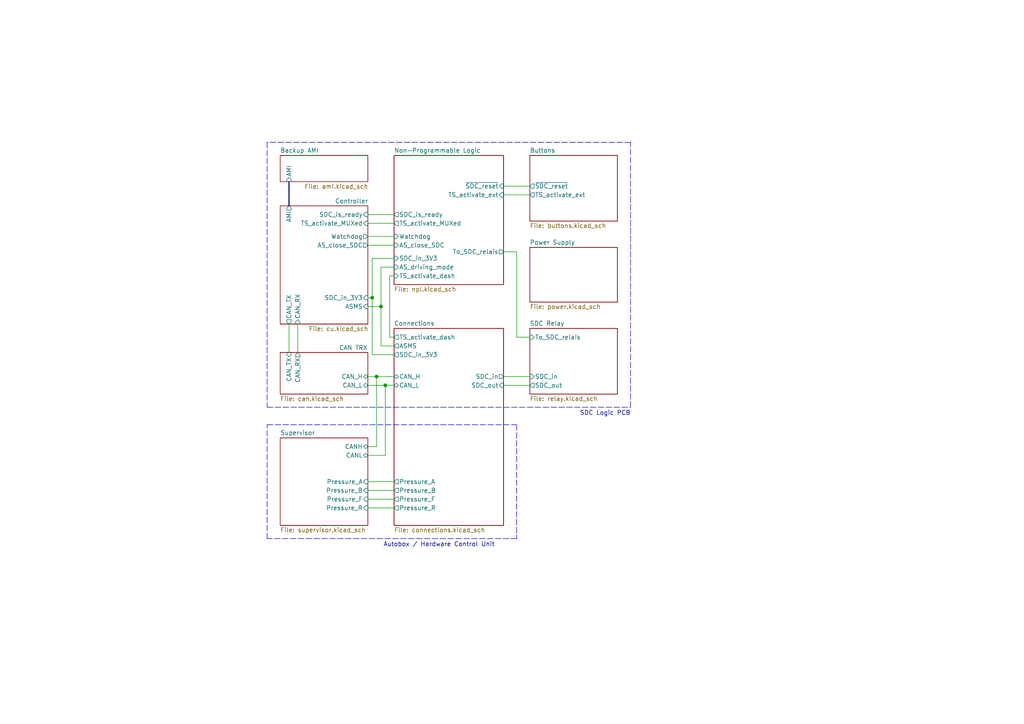
<source format=kicad_sch>
(kicad_sch (version 20211123) (generator eeschema)
  (paper "A4")
  (title_block (title "SDCL - Meta") (date "2021-12-16") (rev "v1.0") (company "FaSTTUBe - Formula Student Team TU Berlin") (comment 1 "Car 113") (comment 2 "EBS Electronics") (comment 3 "T 14.5 rule conformity"))
  (lib_symbols)
  (junction (at 107.95 86.36))
  (junction (at 109.22 109.22))
  (junction (at 110.49 88.9))
  (junction (at 111.76 111.76))
  (wire (pts (xy 107.95 74.93) (xy 114.3 74.93)))
  (wire (pts (xy 107.95 74.93) (xy 107.95 86.36)))
  (wire (pts (xy 146.05 73.025) (xy 149.86 73.025)))
  (polyline (pts (xy 149.86 156.21) (xy 77.47 156.21)))
  (wire (pts (xy 146.05 111.76) (xy 153.67 111.76)))
  (polyline (pts (xy 149.86 123.19) (xy 149.86 156.21)))
  (wire (pts (xy 106.68 142.24) (xy 114.3 142.24)))
  (polyline (pts (xy 182.88 41.275) (xy 77.47 41.275)))
  (wire (pts (xy 106.68 68.58) (xy 114.3 68.58)))
  (wire (pts (xy 83.82 93.98) (xy 83.82 102.235)))
  (wire (pts (xy 110.49 88.9) (xy 110.49 77.47)))
  (wire (pts (xy 114.3 102.87) (xy 107.95 102.87)))
  (polyline (pts (xy 77.47 41.275) (xy 77.47 118.11)))
  (wire (pts (xy 111.76 132.08) (xy 111.76 111.76)))
  (wire (pts (xy 86.36 93.98) (xy 86.36 102.235)))
  (wire (pts (xy 106.68 88.9) (xy 110.49 88.9)))
  (wire (pts (xy 106.68 129.54) (xy 109.22 129.54)))
  (wire (pts (xy 106.68 62.23) (xy 114.3 62.23)))
  (bus (pts (xy 83.82 52.705) (xy 83.82 59.69)))
  (wire (pts (xy 110.49 77.47) (xy 114.3 77.47)))
  (wire (pts (xy 113.03 80.01) (xy 113.03 97.79)))
  (wire (pts (xy 146.05 109.22) (xy 153.67 109.22)))
  (wire (pts (xy 149.86 73.025) (xy 149.86 97.79)))
  (polyline (pts (xy 77.47 118.11) (xy 182.88 118.11)))
  (wire (pts (xy 114.3 80.01) (xy 113.03 80.01)))
  (wire (pts (xy 111.76 111.76) (xy 114.3 111.76)))
  (wire (pts (xy 109.22 109.22) (xy 109.22 129.54)))
  (wire (pts (xy 109.22 109.22) (xy 114.3 109.22)))
  (wire (pts (xy 106.68 64.77) (xy 114.3 64.77)))
  (wire (pts (xy 106.68 132.08) (xy 111.76 132.08)))
  (wire (pts (xy 106.68 71.12) (xy 114.3 71.12)))
  (polyline (pts (xy 77.47 123.19) (xy 149.86 123.19)))
  (wire (pts (xy 146.05 53.975) (xy 153.67 53.975)))
  (wire (pts (xy 106.68 147.32) (xy 114.3 147.32)))
  (wire (pts (xy 113.03 97.79) (xy 114.3 97.79)))
  (polyline (pts (xy 77.47 156.21) (xy 77.47 123.19)))
  (wire (pts (xy 110.49 100.33) (xy 110.49 88.9)))
  (wire (pts (xy 149.86 97.79) (xy 153.67 97.79)))
  (wire (pts (xy 106.68 139.7) (xy 114.3 139.7)))
  (wire (pts (xy 114.3 100.33) (xy 110.49 100.33)))
  (wire (pts (xy 107.95 86.36) (xy 107.95 102.87)))
  (polyline (pts (xy 182.88 118.11) (xy 182.88 41.275)))
  (wire (pts (xy 106.68 86.36) (xy 107.95 86.36)))
  (wire (pts (xy 106.68 109.22) (xy 109.22 109.22)))
  (wire (pts (xy 106.68 144.78) (xy 114.3 144.78)))
  (wire (pts (xy 146.05 56.515) (xy 153.67 56.515)))
  (wire (pts (xy 106.68 111.76) (xy 111.76 111.76)))
  (text "SDC Logic PCB" (at 182.88 120.65 180) (effects (font (size 1.27 1.27)) (justify right bottom)))
  (text "Autobox / Hardware Control Unit" (at 143.51 158.75 180) (effects (font (size 1.27 1.27)) (justify right bottom)))
  (sheet (at 114.3 45.085) (size 31.75 37.465)
    (property "Sheet name" "Non-Programmable Logic" (at 114.3 44.3734 0) (effects (justify left bottom)))
    (property "Sheet file" "npl.kicad_sch" (at 114.3 83.1346 0) (effects (justify left top)))
    (pin "AS_close_SDC" input (at 114.3 71.12 180))
    (pin "TS_activate_ext" input (at 146.05 56.515 0))
    (pin "Watchdog" input (at 114.3 68.58 180))
    (pin "SDC_in_3V3" input (at 114.3 74.93 180))
    (pin "To_SDC_relais" output (at 146.05 73.025 0))
    (pin "SDC_is_ready" output (at 114.3 62.23 180))
    (pin "~{SDC_reset}" input (at 146.05 53.975 0))
    (pin "TS_activate_MUXed" output (at 114.3 64.77 180))
    (pin "TS_activate_dash" input (at 114.3 80.01 180))
    (pin "AS_driving_mode" input (at 114.3 77.47 180))
  )
  (sheet (at 81.28 59.69) (size 25.4 34.29)
    (property "Sheet name" "Controller" (at 97.155 59.055 0) (effects (justify left bottom)))
    (property "Sheet file" "cu.kicad_sch" (at 89.535 94.615 0) (effects (justify left top)))
    (pin "SDC_is_ready" input (at 106.68 62.23 0))
    (pin "AS_close_SDC" output (at 106.68 71.12 0))
    (pin "Watchdog" output (at 106.68 68.58 0))
    (pin "CAN_RX" input (at 86.36 93.98 270))
    (pin "CAN_TX" output (at 83.82 93.98 270))
    (pin "TS_activate_MUXed" input (at 106.68 64.77 0))
    (pin "SDC_in_3V3" input (at 106.68 86.36 0))
    (pin "ASMS" input (at 106.68 88.9 0))
    (pin "AMI" output (at 83.82 59.69 90))
  )
  (sheet (at 153.67 95.25) (size 25.4 19.05)
    (property "Sheet name" "SDC Relay" (at 153.67 94.5384 0) (effects (justify left bottom)))
    (property "Sheet file" "relay.kicad_sch" (at 153.67 114.8846 0) (effects (justify left top)))
    (pin "To_SDC_relais" input (at 153.67 97.79 180))
    (pin "SDC_in" input (at 153.67 109.22 180))
    (pin "SDC_out" output (at 153.67 111.76 180))
  )
  (sheet (at 153.67 71.755) (size 25.4 15.875)
    (property "Sheet name" "Power Supply" (at 153.67 71.0434 0) (effects (justify left bottom)))
    (property "Sheet file" "power.kicad_sch" (at 153.67 88.2146 0) (effects (justify left top)))
  )
  (sheet (at 114.3 95.25) (size 31.75 57.15)
    (property "Sheet name" "Connections" (at 114.3 94.5384 0) (effects (justify left bottom)))
    (property "Sheet file" "connections.kicad_sch" (at 114.3 152.9846 0) (effects (justify left top)))
    (pin "SDC_in_3V3" output (at 114.3 102.87 180))
    (pin "SDC_in" output (at 146.05 109.22 0))
    (pin "SDC_out" input (at 146.05 111.76 0))
    (pin "CAN_H" bidirectional (at 114.3 109.22 180))
    (pin "CAN_L" bidirectional (at 114.3 111.76 180))
    (pin "Pressure_A" output (at 114.3 139.7 180))
    (pin "Pressure_B" output (at 114.3 142.24 180))
    (pin "Pressure_F" output (at 114.3 144.78 180))
    (pin "Pressure_R" output (at 114.3 147.32 180))
    (pin "TS_activate_dash" output (at 114.3 97.79 180))
    (pin "ASMS" output (at 114.3 100.33 180))
  )
  (sheet (at 81.28 102.235) (size 25.4 12.065)
    (property "Sheet name" "CAN TRX" (at 98.3286 101.588 0) (effects (justify left bottom)))
    (property "Sheet file" "can.kicad_sch" (at 81.28 114.935 0) (effects (justify left top)))
    (pin "CAN_H" bidirectional (at 106.68 109.22 0))
    (pin "CAN_L" bidirectional (at 106.68 111.76 0))
    (pin "CAN_TX" input (at 83.82 102.235 90))
    (pin "CAN_RX" output (at 86.36 102.235 90))
  )
  (sheet (at 81.28 127) (size 25.4 25.4)
    (property "Sheet name" "Supervisor" (at 81.28 126.2884 0) (effects (justify left bottom)))
    (property "Sheet file" "supervisor.kicad_sch" (at 81.28 152.9846 0) (effects (justify left top)))
    (pin "CANH" bidirectional (at 106.68 129.54 0))
    (pin "CANL" bidirectional (at 106.68 132.08 0))
    (pin "Pressure_A" input (at 106.68 139.7 0))
    (pin "Pressure_B" input (at 106.68 142.24 0))
    (pin "Pressure_F" input (at 106.68 144.78 0))
    (pin "Pressure_R" input (at 106.68 147.32 0))
  )
  (sheet (at 81.28 45.085) (size 25.4 7.62) (stroke (width 0.1524))
    (property "Sheet name" "Backup AMI" (at 81.28 44.3734 0) (effects (justify left bottom)))
    (property "Sheet file" "ami.kicad_sch" (at 88.265 53.34 0) (effects (justify left top)))
    (pin "AMI" input (at 83.82 52.705 270))
  )
  (sheet (at 153.67 45.085) (size 25.4 19.05) (stroke (width 0.1524))
    (property "Sheet name" "Buttons" (at 153.67 44.3734 0) (effects (justify left bottom)))
    (property "Sheet file" "buttons.kicad_sch" (at 153.67 64.7196 0) (effects (justify left top)))
    (pin "~{SDC_reset}" output (at 153.67 53.975 180))
    (pin "TS_activate_ext" output (at 153.67 56.515 180))
  )
)
</source>
